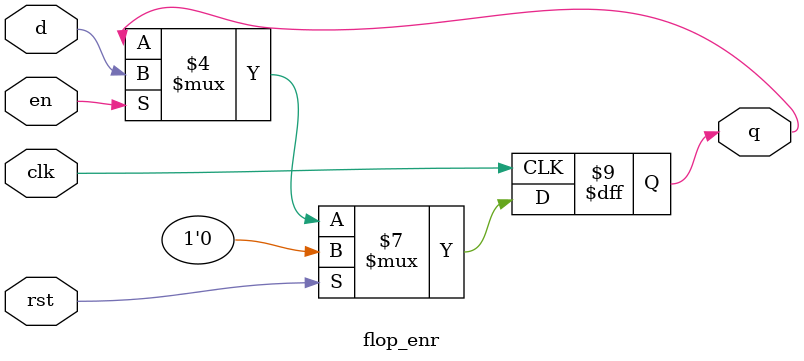
<source format=v>
`timescale 1ns / 1ps
module flop_enr #(parameter width=1)
	(
    input [width-1:0] d,
    input clk,
    input en,
    input rst,
    output reg [width-1:0] q
    );

always @(posedge clk)
begin
	if(rst)		q<=0;
	else 
	begin
		if(!en)	q<=q;
		else	q<=d; 
	end
end
endmodule

</source>
